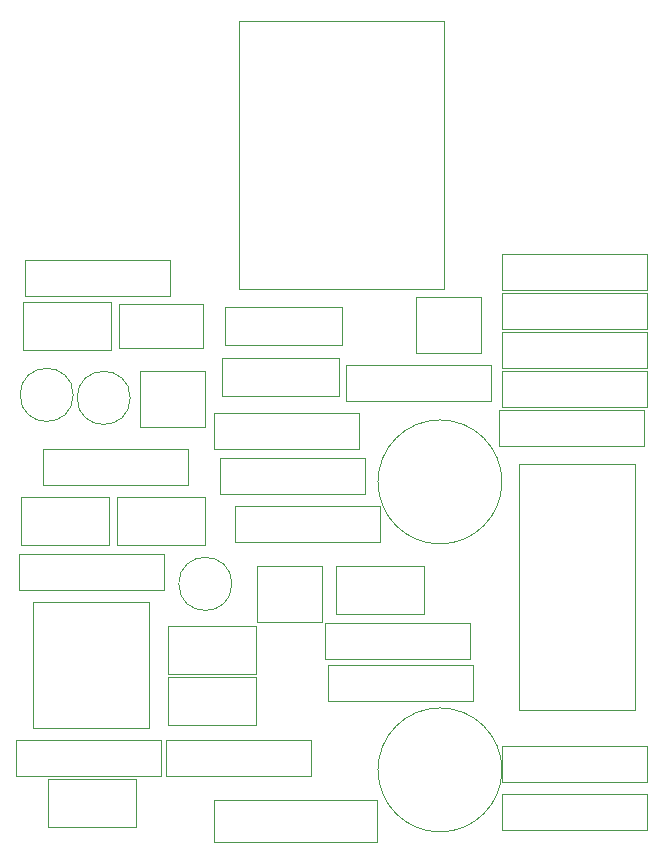
<source format=gbr>
G04 #@! TF.GenerationSoftware,KiCad,Pcbnew,7.0.11+dfsg-1build4*
G04 #@! TF.CreationDate,2026-01-25T21:38:33-05:00*
G04 #@! TF.ProjectId,Envelope-01-mutronv,456e7665-6c6f-4706-952d-30312d6d7574,rev?*
G04 #@! TF.SameCoordinates,Original*
G04 #@! TF.FileFunction,Other,User*
%FSLAX46Y46*%
G04 Gerber Fmt 4.6, Leading zero omitted, Abs format (unit mm)*
G04 Created by KiCad (PCBNEW 7.0.11+dfsg-1build4) date 2026-01-25 21:38:33*
%MOMM*%
%LPD*%
G01*
G04 APERTURE LIST*
%ADD10C,0.050000*%
G04 APERTURE END LIST*
D10*
X135108000Y-81248000D02*
X135108000Y-77248000D01*
X135108000Y-77248000D02*
X127608000Y-77248000D01*
X127608000Y-77248000D02*
X127608000Y-81248000D01*
X127608000Y-81248000D02*
X135108000Y-81248000D01*
X141688000Y-94488000D02*
G75*
G03*
X131188000Y-94488000I-5250000J0D01*
G01*
X131188000Y-94488000D02*
G75*
G03*
X141688000Y-94488000I5250000J0D01*
G01*
X116366000Y-58746000D02*
X116366000Y-55046000D01*
X109266000Y-58746000D02*
X116366000Y-58746000D01*
X109266000Y-55046000D02*
X109266000Y-58746000D01*
X116366000Y-55046000D02*
X109266000Y-55046000D01*
X141688000Y-70104000D02*
G75*
G03*
X131188000Y-70104000I-5250000J0D01*
G01*
X131188000Y-70104000D02*
G75*
G03*
X141688000Y-70104000I5250000J0D01*
G01*
X110216000Y-62992000D02*
G75*
G03*
X105716000Y-62992000I-2250000J0D01*
G01*
X105716000Y-62992000D02*
G75*
G03*
X110216000Y-62992000I2250000J0D01*
G01*
X116566000Y-75406000D02*
X116566000Y-71406000D01*
X116566000Y-71406000D02*
X109066000Y-71406000D01*
X109066000Y-75406000D02*
X116566000Y-75406000D01*
X109066000Y-71406000D02*
X109066000Y-75406000D01*
X101112000Y-58896000D02*
X108612000Y-58896000D01*
X108612000Y-54896000D02*
X101112000Y-54896000D01*
X101112000Y-54896000D02*
X101112000Y-58896000D01*
X108612000Y-58896000D02*
X108612000Y-54896000D01*
X108438000Y-75406000D02*
X108438000Y-71406000D01*
X100938000Y-71406000D02*
X100938000Y-75406000D01*
X100938000Y-75406000D02*
X108438000Y-75406000D01*
X108438000Y-71406000D02*
X100938000Y-71406000D01*
X105390000Y-62738000D02*
G75*
G03*
X100890000Y-62738000I-2250000J0D01*
G01*
X100890000Y-62738000D02*
G75*
G03*
X105390000Y-62738000I2250000J0D01*
G01*
X113384000Y-82328000D02*
X113384000Y-86328000D01*
X113384000Y-86328000D02*
X120884000Y-86328000D01*
X120884000Y-86328000D02*
X120884000Y-82328000D01*
X120884000Y-82328000D02*
X113384000Y-82328000D01*
X103224000Y-95282000D02*
X103224000Y-99282000D01*
X103224000Y-99282000D02*
X110724000Y-99282000D01*
X110724000Y-99282000D02*
X110724000Y-95282000D01*
X110724000Y-95282000D02*
X103224000Y-95282000D01*
X113384000Y-90646000D02*
X120884000Y-90646000D01*
X113384000Y-86646000D02*
X113384000Y-90646000D01*
X120884000Y-90646000D02*
X120884000Y-86646000D01*
X120884000Y-86646000D02*
X113384000Y-86646000D01*
X118820000Y-78740000D02*
G75*
G03*
X114320000Y-78740000I-2250000J0D01*
G01*
X114320000Y-78740000D02*
G75*
G03*
X118820000Y-78740000I2250000J0D01*
G01*
X128150000Y-55296000D02*
X118230000Y-55296000D01*
X118230000Y-58496000D02*
X128150000Y-58496000D01*
X118230000Y-55296000D02*
X118230000Y-58496000D01*
X128150000Y-58496000D02*
X128150000Y-55296000D01*
X127896000Y-59614000D02*
X117976000Y-59614000D01*
X117976000Y-59614000D02*
X117976000Y-62814000D01*
X127896000Y-62814000D02*
X127896000Y-59614000D01*
X117976000Y-62814000D02*
X127896000Y-62814000D01*
X131086000Y-100606000D02*
X131086000Y-97006000D01*
X117336000Y-100606000D02*
X131086000Y-100606000D01*
X131086000Y-97006000D02*
X117336000Y-97006000D01*
X117336000Y-97006000D02*
X117336000Y-100606000D01*
X126428000Y-81978000D02*
X120968000Y-81978000D01*
X120968000Y-77238000D02*
X120968000Y-81978000D01*
X120968000Y-77238000D02*
X126428000Y-77238000D01*
X126428000Y-81978000D02*
X126428000Y-77238000D01*
X139890000Y-59160000D02*
X139890000Y-54420000D01*
X139890000Y-59160000D02*
X134430000Y-59160000D01*
X134430000Y-54420000D02*
X139890000Y-54420000D01*
X134430000Y-54420000D02*
X134430000Y-59160000D01*
X126712000Y-82066000D02*
X126712000Y-85066000D01*
X138972000Y-82066000D02*
X126712000Y-82066000D01*
X138972000Y-85066000D02*
X138972000Y-82066000D01*
X126712000Y-85066000D02*
X138972000Y-85066000D01*
X153958000Y-57126000D02*
X153958000Y-54126000D01*
X141698000Y-54126000D02*
X141698000Y-57126000D01*
X153958000Y-54126000D02*
X141698000Y-54126000D01*
X141698000Y-57126000D02*
X153958000Y-57126000D01*
X153958000Y-96544000D02*
X141698000Y-96544000D01*
X141698000Y-99544000D02*
X153958000Y-99544000D01*
X153958000Y-99544000D02*
X153958000Y-96544000D01*
X141698000Y-96544000D02*
X141698000Y-99544000D01*
X102836000Y-70334000D02*
X115096000Y-70334000D01*
X115096000Y-70334000D02*
X115096000Y-67334000D01*
X102836000Y-67334000D02*
X102836000Y-70334000D01*
X115096000Y-67334000D02*
X102836000Y-67334000D01*
X117822000Y-71096000D02*
X130082000Y-71096000D01*
X130082000Y-68096000D02*
X117822000Y-68096000D01*
X130082000Y-71096000D02*
X130082000Y-68096000D01*
X117822000Y-68096000D02*
X117822000Y-71096000D01*
X131352000Y-72160000D02*
X119092000Y-72160000D01*
X119092000Y-72160000D02*
X119092000Y-75160000D01*
X119092000Y-75160000D02*
X131352000Y-75160000D01*
X131352000Y-75160000D02*
X131352000Y-72160000D01*
X129574000Y-64286000D02*
X117314000Y-64286000D01*
X117314000Y-64286000D02*
X117314000Y-67286000D01*
X129574000Y-67286000D02*
X129574000Y-64286000D01*
X117314000Y-67286000D02*
X129574000Y-67286000D01*
X140750000Y-60222000D02*
X128490000Y-60222000D01*
X128490000Y-60222000D02*
X128490000Y-63222000D01*
X140750000Y-63222000D02*
X140750000Y-60222000D01*
X128490000Y-63222000D02*
X140750000Y-63222000D01*
X153958000Y-63730000D02*
X153958000Y-60730000D01*
X141698000Y-60730000D02*
X141698000Y-63730000D01*
X153958000Y-60730000D02*
X141698000Y-60730000D01*
X141698000Y-63730000D02*
X153958000Y-63730000D01*
X112810000Y-94972000D02*
X112810000Y-91972000D01*
X112810000Y-91972000D02*
X100550000Y-91972000D01*
X100550000Y-94972000D02*
X112810000Y-94972000D01*
X100550000Y-91972000D02*
X100550000Y-94972000D01*
X141698000Y-53824000D02*
X153958000Y-53824000D01*
X141698000Y-50824000D02*
X141698000Y-53824000D01*
X153958000Y-50824000D02*
X141698000Y-50824000D01*
X153958000Y-53824000D02*
X153958000Y-50824000D01*
X153958000Y-95480000D02*
X153958000Y-92480000D01*
X141698000Y-92480000D02*
X141698000Y-95480000D01*
X141698000Y-95480000D02*
X153958000Y-95480000D01*
X153958000Y-92480000D02*
X141698000Y-92480000D01*
X113250000Y-91972000D02*
X113250000Y-94972000D01*
X125510000Y-94972000D02*
X125510000Y-91972000D01*
X125510000Y-91972000D02*
X113250000Y-91972000D01*
X113250000Y-94972000D02*
X125510000Y-94972000D01*
X113064000Y-79224000D02*
X113064000Y-76224000D01*
X100804000Y-76224000D02*
X100804000Y-79224000D01*
X113064000Y-76224000D02*
X100804000Y-76224000D01*
X100804000Y-79224000D02*
X113064000Y-79224000D01*
X139226000Y-85622000D02*
X126966000Y-85622000D01*
X126966000Y-88622000D02*
X139226000Y-88622000D01*
X139226000Y-88622000D02*
X139226000Y-85622000D01*
X126966000Y-85622000D02*
X126966000Y-88622000D01*
X136796000Y-53774000D02*
X136796000Y-31074000D01*
X136796000Y-31074000D02*
X119396000Y-31074000D01*
X119396000Y-53774000D02*
X136796000Y-53774000D01*
X119396000Y-31074000D02*
X119396000Y-53774000D01*
X102024000Y-90938000D02*
X111824000Y-90938000D01*
X111824000Y-90938000D02*
X111824000Y-80238000D01*
X102024000Y-80238000D02*
X102024000Y-90938000D01*
X111824000Y-80238000D02*
X102024000Y-80238000D01*
X152972000Y-68554000D02*
X143172000Y-68554000D01*
X152972000Y-89404000D02*
X152972000Y-68554000D01*
X143172000Y-68554000D02*
X143172000Y-89404000D01*
X143172000Y-89404000D02*
X152972000Y-89404000D01*
X153958000Y-60428000D02*
X153958000Y-57428000D01*
X141698000Y-60428000D02*
X153958000Y-60428000D01*
X153958000Y-57428000D02*
X141698000Y-57428000D01*
X141698000Y-57428000D02*
X141698000Y-60428000D01*
X153704000Y-64032000D02*
X141444000Y-64032000D01*
X141444000Y-64032000D02*
X141444000Y-67032000D01*
X141444000Y-67032000D02*
X153704000Y-67032000D01*
X153704000Y-67032000D02*
X153704000Y-64032000D01*
X101312000Y-54332000D02*
X113572000Y-54332000D01*
X113572000Y-54332000D02*
X113572000Y-51332000D01*
X113572000Y-51332000D02*
X101312000Y-51332000D01*
X101312000Y-51332000D02*
X101312000Y-54332000D01*
X116522000Y-65468000D02*
X111062000Y-65468000D01*
X111062000Y-60728000D02*
X111062000Y-65468000D01*
X116522000Y-65468000D02*
X116522000Y-60728000D01*
X111062000Y-60728000D02*
X116522000Y-60728000D01*
M02*

</source>
